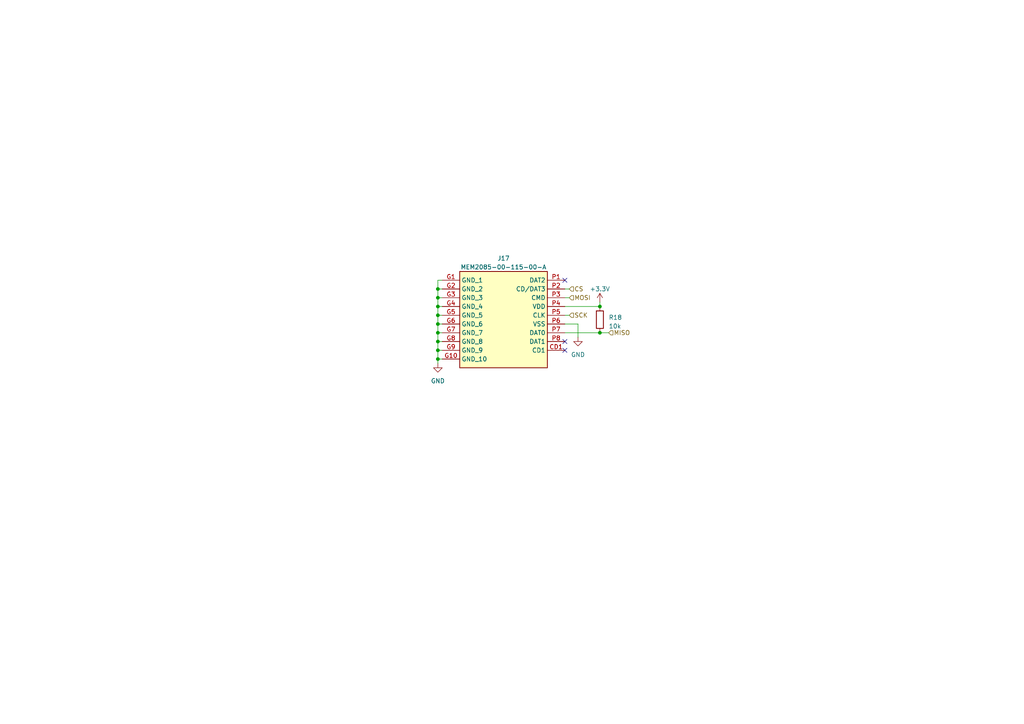
<source format=kicad_sch>
(kicad_sch (version 20230121) (generator eeschema)
  (paper "A4")
  (lib_symbols
    (symbol "Device:R" (pin_numbers hide) (pin_names (offset 0))
      (property "Reference" "R" (at 2.032 0 90))
      (property "Value" "R" (at 0 0 90))
      (symbol "R_0_1"
        (rectangle (start -1.016 -2.54) (end 1.016 2.54) (stroke (width 0.254)))
      )
      (symbol "R_1_1"
        (pin passive line (at 0 3.81 270) (length 1.27) (name "~") (number "1"))
        (pin passive line (at 0 -3.81 90) (length 1.27) (name "~") (number "2"))
      )
    )
    (symbol "SamacSys_Parts:MEM2085-00-115-00-A"
      (property "Reference" "J" (at 31.75 7.62 0))
      (property "Value" "MEM2085-00-115-00-A" (at 31.75 5.08 0))
      (symbol "MEM2085-00-115-00-A_1_1"
        (rectangle (start 5.08 2.54) (end 30.48 -25.4) (stroke (width 0.254)) (fill (type background)))
        (pin passive line (at 35.56 -20.32 180) (length 5.08) (name "CD1") (number "CD1"))
        (pin passive line (at 0 0 0) (length 5.08) (name "GND_1") (number "G1"))
        (pin passive line (at 0 -22.86 0) (length 5.08) (name "GND_10") (number "G10"))
        (pin passive line (at 0 -2.54 0) (length 5.08) (name "GND_2") (number "G2"))
        (pin passive line (at 0 -5.08 0) (length 5.08) (name "GND_3") (number "G3"))
        (pin passive line (at 0 -7.62 0) (length 5.08) (name "GND_4") (number "G4"))
        (pin passive line (at 0 -10.16 0) (length 5.08) (name "GND_5") (number "G5"))
        (pin passive line (at 0 -12.7 0) (length 5.08) (name "GND_6") (number "G6"))
        (pin passive line (at 0 -15.24 0) (length 5.08) (name "GND_7") (number "G7"))
        (pin passive line (at 0 -17.78 0) (length 5.08) (name "GND_8") (number "G8"))
        (pin passive line (at 0 -20.32 0) (length 5.08) (name "GND_9") (number "G9"))
        (pin passive line (at 35.56 0 180) (length 5.08) (name "DAT2") (number "P1"))
        (pin passive line (at 35.56 -2.54 180) (length 5.08) (name "CD/DAT3") (number "P2"))
        (pin passive line (at 35.56 -5.08 180) (length 5.08) (name "CMD") (number "P3"))
        (pin passive line (at 35.56 -7.62 180) (length 5.08) (name "VDD") (number "P4"))
        (pin passive line (at 35.56 -10.16 180) (length 5.08) (name "CLK") (number "P5"))
        (pin passive line (at 35.56 -12.7 180) (length 5.08) (name "VSS") (number "P6"))
        (pin passive line (at 35.56 -15.24 180) (length 5.08) (name "DAT0") (number "P7"))
        (pin passive line (at 35.56 -17.78 180) (length 5.08) (name "DAT1") (number "P8"))
      )
    )
    (symbol "power:+3.3V" (power) (pin_names (offset 0))
      (property "Value" "+3.3V" (at 0 3.556 0))
      (symbol "+3.3V_0_1"
        (polyline (pts (xy -0.762 1.27) (xy 0 2.54)))
        (polyline (pts (xy 0 0) (xy 0 2.54)))
        (polyline (pts (xy 0 2.54) (xy 0.762 1.27)))
      )
      (symbol "+3.3V_1_1"
        (pin power_in line (at 0 0 90) (length 0) hide (name "+3.3V") (number "1"))
      )
    )
    (symbol "power:GND" (power) (pin_names (offset 0))
      (property "Value" "GND" (at 0 -3.81 0))
      (symbol "GND_0_1"
        (polyline (pts (xy 0 0) (xy 0 -1.27) (xy 1.27 -1.27) (xy 0 -2.54) (xy -1.27 -1.27) (xy 0 -1.27)))
      )
      (symbol "GND_1_1"
        (pin power_in line (at 0 0 270) (length 0) hide (name "GND") (number "1"))
      )
    )
  )
  (junction (at 127 99.06))
  (junction (at 127 83.82))
  (junction (at 173.99 88.9))
  (junction (at 127 88.9))
  (junction (at 173.99 96.52))
  (junction (at 127 91.44))
  (junction (at 127 93.98))
  (junction (at 127 86.36))
  (junction (at 127 101.6))
  (junction (at 127 96.52))
  (junction (at 127 104.14))
  (no_connect (at 163.83 99.06))
  (no_connect (at 163.83 81.28))
  (no_connect (at 163.83 101.6))
  (wire (pts (xy 127 96.52) (xy 128.27 96.52)))
  (wire (pts (xy 127 104.14) (xy 127 105.41)))
  (wire (pts (xy 127 101.6) (xy 128.27 101.6)))
  (wire (pts (xy 128.27 81.28) (xy 127 81.28)))
  (wire (pts (xy 173.99 87.63) (xy 173.99 88.9)))
  (wire (pts (xy 163.83 83.82) (xy 165.1 83.82)))
  (wire (pts (xy 167.64 93.98) (xy 167.64 97.79)))
  (wire (pts (xy 127 88.9) (xy 127 91.44)))
  (wire (pts (xy 173.99 88.9) (xy 163.83 88.9)))
  (wire (pts (xy 127 83.82) (xy 127 86.36)))
  (wire (pts (xy 127 88.9) (xy 128.27 88.9)))
  (wire (pts (xy 127 93.98) (xy 127 96.52)))
  (wire (pts (xy 176.53 96.52) (xy 173.99 96.52)))
  (wire (pts (xy 128.27 93.98) (xy 127 93.98)))
  (wire (pts (xy 127 99.06) (xy 127 101.6)))
  (wire (pts (xy 127 96.52) (xy 127 99.06)))
  (wire (pts (xy 165.1 86.36) (xy 163.83 86.36)))
  (wire (pts (xy 165.1 91.44) (xy 163.83 91.44)))
  (wire (pts (xy 127 104.14) (xy 128.27 104.14)))
  (wire (pts (xy 173.99 96.52) (xy 163.83 96.52)))
  (wire (pts (xy 127 81.28) (xy 127 83.82)))
  (wire (pts (xy 127 99.06) (xy 128.27 99.06)))
  (wire (pts (xy 127 83.82) (xy 128.27 83.82)))
  (wire (pts (xy 163.83 93.98) (xy 167.64 93.98)))
  (wire (pts (xy 127 91.44) (xy 128.27 91.44)))
  (wire (pts (xy 127 101.6) (xy 127 104.14)))
  (wire (pts (xy 127 91.44) (xy 127 93.98)))
  (wire (pts (xy 127 86.36) (xy 127 88.9)))
  (wire (pts (xy 127 86.36) (xy 128.27 86.36)))
  (hierarchical_label "MISO" (shape input) (at 176.53 96.52 0))
  (hierarchical_label "MOSI" (shape input) (at 165.1 86.36 0))
  (hierarchical_label "SCK" (shape input) (at 165.1 91.44 0))
  (hierarchical_label "CS" (shape input) (at 165.1 83.82 0))
  (symbol (lib_id "SamacSys_Parts:MEM2085-00-115-00-A") (at 128.27 81.28 0) (unit 1)
    (property "Reference" "J17" (at 146.05 74.93 0))
    (property "Value" "MEM2085-00-115-00-A" (at 146.05 77.47 0))
    (property "Footprint" "MEM20850011500A" (effects hide))
    (property "Datasheet" "https://gct.co/files/drawings/mem2085.pdf" (effects hide))
    (property "Height" "1.35" (effects hide))
    (property "Mouser Part Number" "640-MEM20850011500A" (effects hide))
    (property "Mouser Price/Stock" "https://www.mouser.co.uk/ProductDetail/GCT/MEM2085-00-115-00-A?qs=rQFj71Wb1eWNkFUhuuvVIA%3D%3D" (effects hide))
    (property "Manufacturer_Name" "GCT (GLOBAL CONNECTOR TECHNOLOGY)" (effects hide))
    (property "Manufacturer_Part_Number" "MEM2085-00-115-00-A" (effects hide))
  )
  (symbol (lib_id "power:GND") (at 127 105.41 0) (unit 1)
    (property "Reference" "#PWR030" (effects hide))
    (property "Value" "GND" (at 127 110.49 0))
  )
  (symbol (lib_id "power:+3.3V") (at 173.99 87.63 0) (unit 1)
    (property "Reference" "#PWR031" (effects hide))
    (property "Value" "+3.3V" (at 173.99 83.82 0))
  )
  (symbol (lib_id "power:GND") (at 167.64 97.79 0) (unit 1)
    (property "Reference" "#PWR044" (effects hide))
    (property "Value" "GND" (at 167.64 102.87 0))
  )
  (symbol (lib_id "Device:R") (at 173.99 92.71 0) (unit 1)
    (property "Reference" "R18" (at 176.53 92.075 0) (effects (justify left)))
    (property "Value" "10k" (at 176.53 94.615 0) (effects (justify left)))
    (property "Footprint" "SamacSys_Parts:RESC1005X35N" (effects hide))
  )
)
</source>
